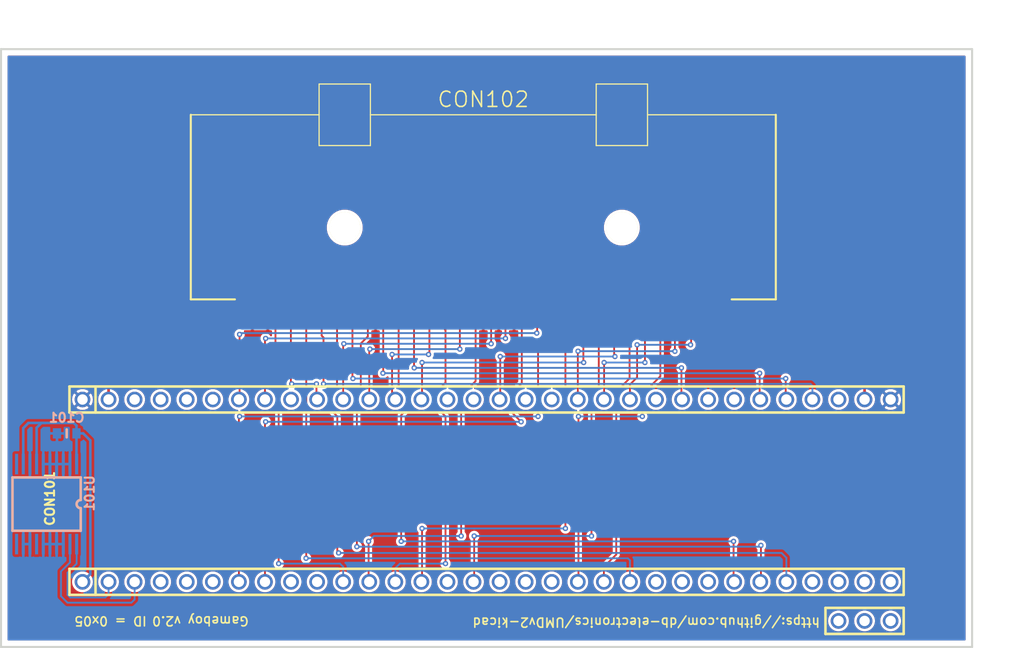
<source format=kicad_pcb>
(kicad_pcb (version 20171130) (host pcbnew "(5.1.2-1)-1")
  (title_block (title "Gameboy UMDv2 Adapter") (date 2020-03-05) (rev 2.0) (company "db Electronics") (comment 1 "Licensed Under CERN OHL v.1.2") (comment 2 https://github.com/beatlegeuse/UMDv2-gameboy-kicad))
  (layers (0 F.Cu signal) (31 B.Cu signal) (34 B.Paste user) (35 F.Paste user) (36 B.SilkS user) (37 F.SilkS user) (38 B.Mask user) (39 F.Mask user) (44 Edge.Cuts user))
  (net 0 "")
  (net 1 +3V3)
  (net 2 GND)
  (net 3 /SDA)
  (net 4 /SCL)
  (net 5 /A15)
  (net 6 /A13)
  (net 7 /A10)
  (net 8 /A8)
  (net 9 /D0)
  (net 10 /D2)
  (net 11 /D6)
  (net 12 /D4)
  (net 13 /A5)
  (net 14 /A3)
  (net 15 /A1)
  (net 16 /A2)
  (net 17 /A4)
  (net 18 /A6)
  (net 19 /D5)
  (net 20 /D7)
  (net 21 /D3)
  (net 22 /D1)
  (net 23 /A7)
  (net 24 /A9)
  (net 25 /A11)
  (net 26 /A12)
  (net 27 /A14)
  (net 28 "Net-(CON101-Pad67)")
  (net 29 "Net-(CON101-Pad66)")
  (net 30 "Net-(CON101-Pad65)")
  (net 31 Vcart)
  (net 32 "Net-(CON101-Pad62)")
  (net 33 "Net-(CON101-Pad61)")
  (net 34 "Net-(CON101-Pad60)")
  (net 35 "Net-(CON101-Pad59)")
  (net 36 "Net-(CON101-Pad56)")
  (net 37 /~RD)
  (net 38 "Net-(CON101-Pad50)")
  (net 39 "Net-(CON101-Pad49)")
  (net 40 "Net-(CON101-Pad47)")
  (net 41 "Net-(CON101-Pad46)")
  (net 42 /~RESET)
  (net 43 "Net-(CON101-Pad42)")
  (net 44 "Net-(CON101-Pad40)")
  (net 45 "Net-(CON101-Pad39)")
  (net 46 /A0)
  (net 47 "Net-(CON101-Pad35)")
  (net 48 "Net-(CON101-Pad32)")
  (net 49 "Net-(CON101-Pad31)")
  (net 50 "Net-(CON101-Pad30)")
  (net 51 "Net-(CON101-Pad29)")
  (net 52 "Net-(CON101-Pad25)")
  (net 53 "Net-(CON101-Pad24)")
  (net 54 "Net-(CON101-Pad23)")
  (net 55 /CS)
  (net 56 "Net-(CON101-Pad19)")
  (net 57 "Net-(CON101-Pad18)")
  (net 58 "Net-(CON101-Pad17)")
  (net 59 "Net-(CON101-Pad15)")
  (net 60 /~WR)
  (net 61 "Net-(CON101-Pad10)")
  (net 62 "Net-(CON101-Pad9)")
  (net 63 "Net-(CON101-Pad6)")
  (net 64 "Net-(CON101-Pad5)")
  (net 65 "Net-(CON101-Pad4)")
  (net 66 "Net-(CON102-Pad31)")
  (net 67 "Net-(CON102-Pad2)")
  (net 68 "Net-(U101-Pad7)")
  (net 69 "Net-(U101-Pad10)")
  (net 70 "Net-(U101-Pad11)")
  (module gameboy-vgparts:GB-CONN (layer F.Cu) (at 148.209 83.82)
    (fp_text reference CON102 (at 0 -20.5) (layer F.SilkS) (effects (font (size 1.5 1.5))))
    (fp_text value GB-CONN)
    (fp_line (start 11 -19) (end -11 -19) (layer F.SilkS) (width 0.12))
    (fp_line (start 28.5 -19) (end 16 -19) (layer F.SilkS) (width 0.12))
    (fp_line (start 16 -22) (end 11 -22) (layer F.SilkS) (width 0.12))
    (fp_line (start 16 -16) (end 16 -22) (layer F.SilkS) (width 0.12))
    (fp_line (start 11 -16) (end 16 -16) (layer F.SilkS) (width 0.12))
    (fp_line (start 11 -22) (end 11 -16) (layer F.SilkS) (width 0.12))
    (fp_line (start -28.5 -19) (end -16 -19) (layer F.SilkS) (width 0.12))
    (fp_line (start -11 -22) (end -16 -22) (layer F.SilkS) (width 0.12))
    (fp_line (start -11 -16) (end -11 -22) (layer F.SilkS) (width 0.12))
    (fp_line (start -16 -16) (end -11 -16) (layer F.SilkS) (width 0.12))
    (fp_line (start -16 -22) (end -16 -16) (layer F.SilkS) (width 0.12))
    (fp_line (start 28.5 -1) (end 24.2 -1) (layer F.SilkS) (width 0.2032))
    (fp_line (start 28.5 -19) (end 28.5 -1) (layer F.SilkS) (width 0.2032))
    (fp_line (start -28.5 -1) (end -28.5 -19) (layer F.SilkS) (width 0.2032))
    (fp_line (start -24.2 -1) (end -28.5 -1) (layer F.SilkS) (width 0.2032))
    (pad "" np_thru_hole circle (at 13.5 -8) (size 3 3) (drill 3) (layers *.Cu *.Mask F.SilkS))
    (pad "" smd rect (at -13.5 -19) (size 4.5 6) (layers F.Cu F.Paste F.Mask))
    (pad "" smd rect (at 13.5 -19) (size 4.5 6) (layers F.Cu F.Paste F.Mask))
    (pad "" np_thru_hole circle (at -13.5 -8) (size 3 3) (drill 3) (layers *.Cu *.Mask F.SilkS))
    (pad 32 smd rect (at 23.25 -0.75) (size 1 5) (layers F.Cu F.Paste F.Mask) (net 2 GND))
    (pad 31 smd rect (at 21.75 0) (size 1 3.5) (layers F.Cu F.Paste F.Mask) (net 66 "Net-(CON102-Pad31)"))
    (pad 30 smd rect (at 20.25 0) (size 1 3.5) (layers F.Cu F.Paste F.Mask) (net 42 /~RESET))
    (pad 29 smd rect (at 18.75 0) (size 1 3.5) (layers F.Cu F.Paste F.Mask) (net 20 /D7))
    (pad 28 smd rect (at 17.25 0) (size 1 3.5) (layers F.Cu F.Paste F.Mask) (net 11 /D6))
    (pad 27 smd rect (at 15.75 0) (size 1 3.5) (layers F.Cu F.Paste F.Mask) (net 19 /D5))
    (pad 26 smd rect (at 14.25 0) (size 1 3.5) (layers F.Cu F.Paste F.Mask) (net 12 /D4))
    (pad 25 smd rect (at 12.75 0) (size 1 3.5) (layers F.Cu F.Paste F.Mask) (net 21 /D3))
    (pad 24 smd rect (at 11.25 0) (size 1 3.5) (layers F.Cu F.Paste F.Mask) (net 10 /D2))
    (pad 23 smd rect (at 9.75 0) (size 1 3.5) (layers F.Cu F.Paste F.Mask) (net 22 /D1))
    (pad 22 smd rect (at 8.25 0) (size 1 3.5) (layers F.Cu F.Paste F.Mask) (net 9 /D0))
    (pad 21 smd rect (at 6.75 0) (size 1 3.5) (layers F.Cu F.Paste F.Mask) (net 5 /A15))
    (pad 20 smd rect (at 5.25 0) (size 1 3.5) (layers F.Cu F.Paste F.Mask) (net 27 /A14))
    (pad 19 smd rect (at 3.75 0) (size 1 3.5) (layers F.Cu F.Paste F.Mask) (net 6 /A13))
    (pad 18 smd rect (at 2.25 0) (size 1 3.5) (layers F.Cu F.Paste F.Mask) (net 26 /A12))
    (pad 17 smd rect (at 0.75 0) (size 1 3.5) (layers F.Cu F.Paste F.Mask) (net 25 /A11))
    (pad 16 smd rect (at -0.75 0) (size 1 3.5) (layers F.Cu F.Paste F.Mask) (net 7 /A10))
    (pad 15 smd rect (at -2.25 0) (size 1 3.5) (layers F.Cu F.Paste F.Mask) (net 24 /A9))
    (pad 14 smd rect (at -3.75 0) (size 1 3.5) (layers F.Cu F.Paste F.Mask) (net 8 /A8))
    (pad 13 smd rect (at -5.25 0) (size 1 3.5) (layers F.Cu F.Paste F.Mask) (net 23 /A7))
    (pad 12 smd rect (at -6.75 0) (size 1 3.5) (layers F.Cu F.Paste F.Mask) (net 18 /A6))
    (pad 11 smd rect (at -8.25 0) (size 1 3.5) (layers F.Cu F.Paste F.Mask) (net 13 /A5))
    (pad 10 smd rect (at -9.75 0) (size 1 3.5) (layers F.Cu F.Paste F.Mask) (net 17 /A4))
    (pad 9 smd rect (at -11.25 0) (size 1 3.5) (layers F.Cu F.Paste F.Mask) (net 14 /A3))
    (pad 8 smd rect (at -12.75 0) (size 1 3.5) (layers F.Cu F.Paste F.Mask) (net 16 /A2))
    (pad 7 smd rect (at -14.25 0) (size 1 3.5) (layers F.Cu F.Paste F.Mask) (net 15 /A1))
    (pad 6 smd rect (at -15.75 0) (size 1 3.5) (layers F.Cu F.Paste F.Mask) (net 46 /A0))
    (pad 5 smd rect (at -17.25 0) (size 1 3.5) (layers F.Cu F.Paste F.Mask) (net 55 /CS))
    (pad 4 smd rect (at -18.75 0) (size 1 3.5) (layers F.Cu F.Paste F.Mask) (net 37 /~RD))
    (pad 3 smd rect (at -20.25 0) (size 1 3.5) (layers F.Cu F.Paste F.Mask) (net 60 /~WR))
    (pad 2 smd rect (at -21.75 0) (size 1 3.5) (layers F.Cu F.Paste F.Mask) (net 67 "Net-(CON102-Pad2)"))
    (pad 1 smd rect (at -23.25 -0.75) (size 1 5) (layers F.Cu F.Paste F.Mask) (net 31 Vcart))
  )
  (module db-thparts:UMD-CONN-DIP64 (layer F.Cu) (at 109.1565 110.363 90)
    (fp_text reference CON101 (at 8.128 -3.175 90) (layer F.SilkS) (effects (font (size 0.889 0.889) (thickness 0.2032))))
    (fp_text value UMDv2-CONN hide)
    (fp_line (start 16.51 1.27) (end 19.05 1.27) (layer F.SilkS) (width 0.254))
    (fp_line (start 19.05 -1.27) (end 16.51 -1.27) (layer F.SilkS) (width 0.254))
    (fp_line (start 19.05 80.01) (end 19.05 -1.27) (layer F.SilkS) (width 0.254))
    (fp_line (start 16.51 80.01) (end 19.05 80.01) (layer F.SilkS) (width 0.254))
    (fp_line (start 16.51 -1.27) (end 16.51 80.01) (layer F.SilkS) (width 0.254))
    (fp_line (start -1.27 1.27) (end 1.27 1.27) (layer F.SilkS) (width 0.254))
    (fp_line (start 1.27 80.01) (end 1.27 -1.27) (layer F.SilkS) (width 0.254))
    (fp_line (start -1.27 80.01) (end 1.27 80.01) (layer F.SilkS) (width 0.254))
    (fp_line (start -1.27 -1.27) (end -1.27 80.01) (layer F.SilkS) (width 0.254))
    (fp_line (start 1.27 -1.27) (end -1.27 -1.27) (layer F.SilkS) (width 0.254))
    (fp_line (start -2.54 72.39) (end -5.08 72.39) (layer F.SilkS) (width 0.254))
    (fp_line (start -5.08 72.39) (end -5.08 80.01) (layer F.SilkS) (width 0.254))
    (fp_line (start -5.08 80.01) (end -2.54 80.01) (layer F.SilkS) (width 0.254))
    (fp_line (start -2.54 80.01) (end -2.54 72.39) (layer F.SilkS) (width 0.254))
    (pad 1 thru_hole circle (at 0 0 90) (size 1.524 1.524) (drill 1.016) (layers *.Cu *.Mask) (net 1 +3V3))
    (pad 2 thru_hole circle (at 0 2.54 90) (size 1.524 1.524) (drill 1.016) (layers *.Cu *.Mask) (net 4 /SCL))
    (pad 3 thru_hole circle (at 0 5.08 90) (size 1.524 1.524) (drill 1.016) (layers *.Cu *.Mask) (net 3 /SDA))
    (pad 4 thru_hole circle (at 0 7.62 90) (size 1.524 1.524) (drill 1.016) (layers *.Cu *.Mask) (net 65 "Net-(CON101-Pad4)"))
    (pad 5 thru_hole circle (at 0 10.16 90) (size 1.524 1.524) (drill 1.016) (layers *.Cu *.Mask) (net 64 "Net-(CON101-Pad5)"))
    (pad 6 thru_hole circle (at 0 12.7 90) (size 1.524 1.524) (drill 1.016) (layers *.Cu *.Mask) (net 63 "Net-(CON101-Pad6)"))
    (pad 7 thru_hole circle (at 0 15.24 90) (size 1.524 1.524) (drill 1.016) (layers *.Cu *.Mask) (net 5 /A15))
    (pad 8 thru_hole circle (at 0 17.78 90) (size 1.524 1.524) (drill 1.016) (layers *.Cu *.Mask) (net 6 /A13))
    (pad 9 thru_hole circle (at 0 20.32 90) (size 1.524 1.524) (drill 1.016) (layers *.Cu *.Mask) (net 62 "Net-(CON101-Pad9)"))
    (pad 10 thru_hole circle (at 0 22.86 90) (size 1.524 1.524) (drill 1.016) (layers *.Cu *.Mask) (net 61 "Net-(CON101-Pad10)"))
    (pad 11 thru_hole circle (at 0 25.4 90) (size 1.524 1.524) (drill 1.016) (layers *.Cu *.Mask) (net 60 /~WR))
    (pad 12 thru_hole circle (at 0 27.94 90) (size 1.524 1.524) (drill 1.016) (layers *.Cu *.Mask) (net 7 /A10))
    (pad 13 thru_hole circle (at 0 30.48 90) (size 1.524 1.524) (drill 1.016) (layers *.Cu *.Mask) (net 8 /A8))
    (pad 14 thru_hole circle (at 0 33.02 90) (size 1.524 1.524) (drill 1.016) (layers *.Cu *.Mask) (net 9 /D0))
    (pad 15 thru_hole circle (at 0 35.56 90) (size 1.524 1.524) (drill 1.016) (layers *.Cu *.Mask) (net 59 "Net-(CON101-Pad15)"))
    (pad 16 thru_hole circle (at 0 38.1 90) (size 1.524 1.524) (drill 1.016) (layers *.Cu *.Mask) (net 10 /D2))
    (pad 17 thru_hole circle (at 0 40.64 90) (size 1.524 1.524) (drill 1.016) (layers *.Cu *.Mask) (net 58 "Net-(CON101-Pad17)"))
    (pad 18 thru_hole circle (at 0 43.18 90) (size 1.524 1.524) (drill 1.016) (layers *.Cu *.Mask) (net 57 "Net-(CON101-Pad18)"))
    (pad 19 thru_hole circle (at 0 45.72 90) (size 1.524 1.524) (drill 1.016) (layers *.Cu *.Mask) (net 56 "Net-(CON101-Pad19)"))
    (pad 20 thru_hole circle (at 0 48.26 90) (size 1.524 1.524) (drill 1.016) (layers *.Cu *.Mask) (net 11 /D6))
    (pad 21 thru_hole circle (at 0 50.8 90) (size 1.524 1.524) (drill 1.016) (layers *.Cu *.Mask) (net 12 /D4))
    (pad 22 thru_hole circle (at 0 53.34 90) (size 1.524 1.524) (drill 1.016) (layers *.Cu *.Mask) (net 55 /CS))
    (pad 23 thru_hole circle (at 0 55.88 90) (size 1.524 1.524) (drill 1.016) (layers *.Cu *.Mask) (net 54 "Net-(CON101-Pad23)"))
    (pad 24 thru_hole circle (at 0 58.42 90) (size 1.524 1.524) (drill 1.016) (layers *.Cu *.Mask) (net 53 "Net-(CON101-Pad24)"))
    (pad 25 thru_hole circle (at 0 60.96 90) (size 1.524 1.524) (drill 1.016) (layers *.Cu *.Mask) (net 52 "Net-(CON101-Pad25)"))
    (pad 26 thru_hole circle (at 0 63.5 90) (size 1.524 1.524) (drill 1.016) (layers *.Cu *.Mask) (net 13 /A5))
    (pad 27 thru_hole circle (at 0 66.04 90) (size 1.524 1.524) (drill 1.016) (layers *.Cu *.Mask) (net 14 /A3))
    (pad 28 thru_hole circle (at 0 68.58 90) (size 1.524 1.524) (drill 1.016) (layers *.Cu *.Mask) (net 15 /A1))
    (pad 29 thru_hole circle (at 0 71.12 90) (size 1.524 1.524) (drill 1.016) (layers *.Cu *.Mask) (net 51 "Net-(CON101-Pad29)"))
    (pad 30 thru_hole circle (at 0 73.66 90) (size 1.524 1.524) (drill 1.016) (layers *.Cu *.Mask) (net 50 "Net-(CON101-Pad30)"))
    (pad 31 thru_hole circle (at 0 76.2 90) (size 1.524 1.524) (drill 1.016) (layers *.Cu *.Mask) (net 49 "Net-(CON101-Pad31)"))
    (pad 32 thru_hole circle (at 0 78.74 90) (size 1.524 1.524) (drill 1.016) (layers *.Cu *.Mask) (net 48 "Net-(CON101-Pad32)"))
    (pad 33 thru_hole circle (at 17.78 78.74 90) (size 1.524 1.524) (drill 1.016) (layers *.Cu *.Mask) (net 2 GND))
    (pad 34 thru_hole circle (at 17.78 76.2 90) (size 1.524 1.524) (drill 1.016) (layers *.Cu *.Mask) (net 31 Vcart))
    (pad 35 thru_hole circle (at 17.78 73.66 90) (size 1.524 1.524) (drill 1.016) (layers *.Cu *.Mask) (net 47 "Net-(CON101-Pad35)"))
    (pad 36 thru_hole circle (at 17.78 71.12 90) (size 1.524 1.524) (drill 1.016) (layers *.Cu *.Mask) (net 46 /A0))
    (pad 37 thru_hole circle (at 17.78 68.58 90) (size 1.524 1.524) (drill 1.016) (layers *.Cu *.Mask) (net 16 /A2))
    (pad 38 thru_hole circle (at 17.78 66.04 90) (size 1.524 1.524) (drill 1.016) (layers *.Cu *.Mask) (net 17 /A4))
    (pad 39 thru_hole circle (at 17.78 63.5 90) (size 1.524 1.524) (drill 1.016) (layers *.Cu *.Mask) (net 45 "Net-(CON101-Pad39)"))
    (pad 40 thru_hole circle (at 17.78 60.96 90) (size 1.524 1.524) (drill 1.016) (layers *.Cu *.Mask) (net 44 "Net-(CON101-Pad40)"))
    (pad 41 thru_hole circle (at 17.78 58.42 90) (size 1.524 1.524) (drill 1.016) (layers *.Cu *.Mask) (net 18 /A6))
    (pad 42 thru_hole circle (at 17.78 55.88 90) (size 1.524 1.524) (drill 1.016) (layers *.Cu *.Mask) (net 43 "Net-(CON101-Pad42)"))
    (pad 43 thru_hole circle (at 17.78 53.34 90) (size 1.524 1.524) (drill 1.016) (layers *.Cu *.Mask) (net 42 /~RESET))
    (pad 44 thru_hole circle (at 17.78 50.8 90) (size 1.524 1.524) (drill 1.016) (layers *.Cu *.Mask) (net 19 /D5))
    (pad 45 thru_hole circle (at 17.78 48.26 90) (size 1.524 1.524) (drill 1.016) (layers *.Cu *.Mask) (net 20 /D7))
    (pad 46 thru_hole circle (at 17.78 45.72 90) (size 1.524 1.524) (drill 1.016) (layers *.Cu *.Mask) (net 41 "Net-(CON101-Pad46)"))
    (pad 47 thru_hole circle (at 17.78 43.18 90) (size 1.524 1.524) (drill 1.016) (layers *.Cu *.Mask) (net 40 "Net-(CON101-Pad47)"))
    (pad 48 thru_hole circle (at 17.78 40.64 90) (size 1.524 1.524) (drill 1.016) (layers *.Cu *.Mask) (net 21 /D3))
    (pad 49 thru_hole circle (at 17.78 38.1 90) (size 1.524 1.524) (drill 1.016) (layers *.Cu *.Mask) (net 39 "Net-(CON101-Pad49)"))
    (pad 50 thru_hole circle (at 17.78 35.56 90) (size 1.524 1.524) (drill 1.016) (layers *.Cu *.Mask) (net 38 "Net-(CON101-Pad50)"))
    (pad 51 thru_hole circle (at 17.78 33.02 90) (size 1.524 1.524) (drill 1.016) (layers *.Cu *.Mask) (net 22 /D1))
    (pad 52 thru_hole circle (at 17.78 30.48 90) (size 1.524 1.524) (drill 1.016) (layers *.Cu *.Mask) (net 23 /A7))
    (pad 53 thru_hole circle (at 17.78 27.94 90) (size 1.524 1.524) (drill 1.016) (layers *.Cu *.Mask) (net 24 /A9))
    (pad 54 thru_hole circle (at 17.78 25.4 90) (size 1.524 1.524) (drill 1.016) (layers *.Cu *.Mask) (net 25 /A11))
    (pad 55 thru_hole circle (at 17.78 22.86 90) (size 1.524 1.524) (drill 1.016) (layers *.Cu *.Mask) (net 37 /~RD))
    (pad 56 thru_hole circle (at 17.78 20.32 90) (size 1.524 1.524) (drill 1.016) (layers *.Cu *.Mask) (net 36 "Net-(CON101-Pad56)"))
    (pad 57 thru_hole circle (at 17.78 17.78 90) (size 1.524 1.524) (drill 1.016) (layers *.Cu *.Mask) (net 26 /A12))
    (pad 58 thru_hole circle (at 17.78 15.24 90) (size 1.524 1.524) (drill 1.016) (layers *.Cu *.Mask) (net 27 /A14))
    (pad 59 thru_hole circle (at 17.78 12.7 90) (size 1.524 1.524) (drill 1.016) (layers *.Cu *.Mask) (net 35 "Net-(CON101-Pad59)"))
    (pad 60 thru_hole circle (at 17.78 10.16 90) (size 1.524 1.524) (drill 1.016) (layers *.Cu *.Mask) (net 34 "Net-(CON101-Pad60)"))
    (pad 61 thru_hole circle (at 17.78 7.62 90) (size 1.524 1.524) (drill 1.016) (layers *.Cu *.Mask) (net 33 "Net-(CON101-Pad61)"))
    (pad 62 thru_hole circle (at 17.78 5.08 90) (size 1.524 1.524) (drill 1.016) (layers *.Cu *.Mask) (net 32 "Net-(CON101-Pad62)"))
    (pad 63 thru_hole circle (at 17.78 2.54 90) (size 1.524 1.524) (drill 1.016) (layers *.Cu *.Mask) (net 31 Vcart))
    (pad 64 thru_hole circle (at 17.78 0 90) (size 1.524 1.524) (drill 1.016) (layers *.Cu *.Mask) (net 2 GND))
    (pad 65 thru_hole circle (at -3.81 73.66) (size 1.524 1.524) (drill 1.016) (layers *.Cu *.Mask) (net 30 "Net-(CON101-Pad65)"))
    (pad 66 thru_hole circle (at -3.81 76.2) (size 1.524 1.524) (drill 1.016) (layers *.Cu *.Mask) (net 29 "Net-(CON101-Pad66)"))
    (pad 67 thru_hole circle (at -3.81 78.74) (size 1.524 1.524) (drill 1.016) (layers *.Cu *.Mask) (net 28 "Net-(CON101-Pad67)"))
  )
  (module db-smt:0603 (layer B.Cu) (at 107.6198 95.885 180)
    (fp_text reference C101 (at 0 1.524) (layer B.SilkS) (effects (font (size 0.889 0.889) (thickness 0.2032)) (justify mirror)))
    (fp_text value 0.1uF/50V hide)
    (fp_line (start 0 0.381) (end 0 -0.381) (layer B.SilkS) (width 0.254))
    (pad 2 smd rect (at 0.95 0 180) (size 0.8 1) (layers B.Cu B.Paste B.Mask) (net 2 GND))
    (pad 1 smd rect (at -0.95 0 180) (size 0.8 1) (layers B.Cu B.Paste B.Mask) (net 1 +3V3))
  )
  (module db-smt:SSOP-20 (layer B.Cu) (at 108.585 106.68 90)
    (fp_text reference U101 (at 4.953 1.27 90) (layer B.SilkS) (effects (font (size 0.889 0.889) (thickness 0.2032)) (justify mirror)))
    (fp_text value MCP23008T-E_SS hide)
    (fp_line (start 1.3 0.4) (end 1.3 -6.25) (layer B.SilkS) (width 0.254))
    (fp_line (start 1.3 -6.25) (end 6.5 -6.25) (layer B.SilkS) (width 0.254))
    (fp_line (start 6.5 -6.25) (end 6.5 0.4) (layer B.SilkS) (width 0.254))
    (fp_arc (start 3.9 0.4) (end 4.3 0.4) (angle -180) (layer B.SilkS) (width 0.254))
    (fp_line (start 6.5 0.4) (end 4.3 0.4) (layer B.SilkS) (width 0.254))
    (fp_line (start 3.5 0.4) (end 1.3 0.4) (layer B.SilkS) (width 0.254))
    (pad 18 smd rect (at 7.8 -1.3 90) (size 2 0.3) (layers B.Cu B.Paste B.Mask) (net 2 GND))
    (pad 17 smd rect (at 7.8 -1.95 90) (size 2 0.3) (layers B.Cu B.Paste B.Mask) (net 2 GND))
    (pad 20 smd rect (at 7.8 0 90) (size 2 0.3) (layers B.Cu B.Paste B.Mask) (net 1 +3V3))
    (pad 19 smd rect (at 7.8 -0.65 90) (size 2 0.3) (layers B.Cu B.Paste B.Mask) (net 2 GND))
    (pad 16 smd rect (at 7.8 -2.6 90) (size 2 0.3) (layers B.Cu B.Paste B.Mask) (net 2 GND))
    (pad 15 smd rect (at 7.8 -3.25 90) (size 2 0.3) (layers B.Cu B.Paste B.Mask) (net 2 GND))
    (pad 14 smd rect (at 7.8 -3.9 90) (size 2 0.3) (layers B.Cu B.Paste B.Mask) (net 1 +3V3))
    (pad 13 smd rect (at 7.8 -4.55 90) (size 2 0.3) (layers B.Cu B.Paste B.Mask) (net 2 GND))
    (pad 12 smd rect (at 7.8 -5.2 90) (size 2 0.3) (layers B.Cu B.Paste B.Mask) (net 1 +3V3))
    (pad 11 smd rect (at 7.8 -5.85 90) (size 2 0.3) (layers B.Cu B.Paste B.Mask) (net 70 "Net-(U101-Pad11)"))
    (pad 10 smd rect (at 0 -5.85 90) (size 2 0.3) (layers B.Cu B.Paste B.Mask) (net 69 "Net-(U101-Pad10)"))
    (pad 9 smd rect (at 0 -5.2 90) (size 2 0.3) (layers B.Cu B.Paste B.Mask) (net 2 GND))
    (pad 8 smd rect (at 0 -4.55 90) (size 2 0.3) (layers B.Cu B.Paste B.Mask) (net 2 GND))
    (pad 7 smd rect (at 0 -3.9 90) (size 2 0.3) (layers B.Cu B.Paste B.Mask) (net 68 "Net-(U101-Pad7)"))
    (pad 6 smd rect (at 0 -3.25 90) (size 2 0.3) (layers B.Cu B.Paste B.Mask) (net 2 GND))
    (pad 5 smd rect (at 0 -2.6 90) (size 2 0.3) (layers B.Cu B.Paste B.Mask) (net 2 GND))
    (pad 4 smd rect (at 0 -1.95 90) (size 2 0.3) (layers B.Cu B.Paste B.Mask) (net 2 GND))
    (pad 3 smd rect (at 0 -1.3 90) (size 2 0.3) (layers B.Cu B.Paste B.Mask) (net 2 GND))
    (pad 2 smd rect (at 0 -0.65 90) (size 2 0.3) (layers B.Cu B.Paste B.Mask) (net 3 /SDA))
    (pad 1 smd rect (at 0 0 90) (size 2 0.3) (layers B.Cu B.Paste B.Mask) (net 4 /SCL))
  )
  (gr_line (start 195.834 58.42) (end 195.834 116.713) (layer Edge.Cuts) (width 0.2))
  (gr_line (start 101.219 116.713) (end 101.219 58.42) (layer Edge.Cuts) (width 0.2))
  (gr_line (start 101.219 58.42) (end 195.834 58.42) (layer Edge.Cuts) (width 0.2))
  (gr_text "ID = 0x05" (at 111.887 114.173 180) (layer F.SilkS) (effects (font (size 0.889 0.889) (thickness 0.1524))))
  (gr_text "Gameboy v2.0" (at 120.65 114.173 180) (layer F.SilkS) (effects (font (size 0.889 0.889) (thickness 0.1524))))
  (gr_text https://github.com/db-electronics/UMDv2-kicad (at 164.084 114.3 180) (layer F.SilkS) (effects (font (size 0.889 0.889) (thickness 0.1524))))
  (gr_line (start 195.834 116.713) (end 101.219 116.713) (layer Edge.Cuts) (width 0.2))
  (segment (start 108.5698 95.131) (end 108.3078 94.869) (width 0.254) (layer B.Cu) (net 1))
  (segment (start 108.5698 95.885) (end 108.5698 95.131) (width 0.254) (layer B.Cu) (net 1))
  (segment (start 104.685 95.34) (end 104.685 98.88) (width 0.254) (layer B.Cu) (net 1))
  (segment (start 105.156 94.869) (end 104.685 95.34) (width 0.254) (layer B.Cu) (net 1))
  (segment (start 103.385 98.88) (end 103.385 95.37) (width 0.254) (layer B.Cu) (net 1))
  (segment (start 103.385 95.37) (end 103.886 94.869) (width 0.254) (layer B.Cu) (net 1))
  (segment (start 105.537 94.869) (end 105.156 94.869) (width 0.254) (layer B.Cu) (net 1))
  (segment (start 103.886 94.869) (end 105.537 94.869) (width 0.254) (layer B.Cu) (net 1))
  (segment (start 108.3078 94.869) (end 105.537 94.869) (width 0.254) (layer B.Cu) (net 1))
  (segment (start 108.5698 98.8648) (end 108.585 98.88) (width 0.254) (layer B.Cu) (net 1))
  (segment (start 108.5698 95.885) (end 108.5698 98.8648) (width 0.254) (layer B.Cu) (net 1))
  (segment (start 109.2238 95.885) (end 108.5698 95.885) (width 0.254) (layer B.Cu) (net 1))
  (segment (start 109.918499 96.579699) (end 109.2238 95.885) (width 0.254) (layer B.Cu) (net 1))
  (segment (start 109.918499 109.601001) (end 109.918499 96.579699) (width 0.254) (layer B.Cu) (net 1))
  (segment (start 109.1565 110.363) (end 109.918499 109.601001) (width 0.254) (layer B.Cu) (net 1))
  (segment (start 107.935 106.68) (end 107.935 108.473) (width 0.1778) (layer B.Cu) (net 3))
  (segment (start 107.935 108.473) (end 107.061 109.347) (width 0.1778) (layer B.Cu) (net 3))
  (segment (start 107.061 109.347) (end 107.061 111.76) (width 0.1778) (layer B.Cu) (net 3))
  (segment (start 107.061 111.76) (end 107.696 112.395) (width 0.1778) (layer B.Cu) (net 3))
  (segment (start 107.696 112.395) (end 113.919 112.395) (width 0.1778) (layer B.Cu) (net 3))
  (segment (start 114.2365 112.0775) (end 114.2365 110.363) (width 0.1778) (layer B.Cu) (net 3))
  (segment (start 113.919 112.395) (end 114.2365 112.0775) (width 0.1778) (layer B.Cu) (net 3))
  (segment (start 108.585 106.68) (end 108.585 108.585) (width 0.1778) (layer B.Cu) (net 4))
  (segment (start 107.696 109.474) (end 107.696 111.633) (width 0.1778) (layer B.Cu) (net 4))
  (segment (start 108.585 108.585) (end 107.696 109.474) (width 0.1778) (layer B.Cu) (net 4))
  (segment (start 107.696 111.633) (end 107.95 111.887) (width 0.1778) (layer B.Cu) (net 4))
  (segment (start 107.95 111.887) (end 111.379 111.887) (width 0.1778) (layer B.Cu) (net 4))
  (segment (start 111.6965 111.5695) (end 111.6965 110.363) (width 0.1778) (layer B.Cu) (net 4))
  (segment (start 111.379 111.887) (end 111.6965 111.5695) (width 0.1778) (layer B.Cu) (net 4))
  (via (at 124.46 94.234) (size 0.508) (drill 0.254) (layers F.Cu B.Cu) (net 5))
  (segment (start 124.3965 94.2975) (end 124.46 94.234) (width 0.1778) (layer F.Cu) (net 5))
  (segment (start 124.3965 110.363) (end 124.3965 94.2975) (width 0.1778) (layer F.Cu) (net 5))
  (via (at 153.543 94.234) (size 0.508) (drill 0.254) (layers F.Cu B.Cu) (net 5))
  (segment (start 124.46 94.234) (end 153.543 94.234) (width 0.1778) (layer B.Cu) (net 5))
  (segment (start 153.543 87.287) (end 154.959 85.871) (width 0.1778) (layer F.Cu) (net 5))
  (segment (start 153.543 94.234) (end 153.543 87.287) (width 0.1778) (layer F.Cu) (net 5))
  (segment (start 154.959 85.871) (end 154.959 83.82) (width 0.1778) (layer F.Cu) (net 5))
  (segment (start 126.9365 94.8182) (end 127 94.7547) (width 0.1778) (layer F.Cu) (net 6))
  (via (at 127 94.7547) (size 0.508) (drill 0.254) (layers F.Cu B.Cu) (net 6))
  (segment (start 126.9365 110.363) (end 126.9365 94.8182) (width 0.1778) (layer F.Cu) (net 6))
  (via (at 151.892 94.7547) (size 0.508) (drill 0.254) (layers F.Cu B.Cu) (net 6))
  (segment (start 127 94.7547) (end 151.892 94.7547) (width 0.1778) (layer B.Cu) (net 6))
  (segment (start 151.892 94.7547) (end 151.003 93.8657) (width 0.1778) (layer F.Cu) (net 6))
  (segment (start 151.003 93.8657) (end 151.003 91.948) (width 0.1778) (layer F.Cu) (net 6))
  (segment (start 151.959 90.992) (end 151.959 83.82) (width 0.1778) (layer F.Cu) (net 6))
  (segment (start 151.003 91.948) (end 151.959 90.992) (width 0.1778) (layer F.Cu) (net 6))
  (segment (start 147.459 83.82) (end 147.459 90.793) (width 0.1778) (layer F.Cu) (net 7))
  (segment (start 147.459 90.793) (end 146.304 91.948) (width 0.1778) (layer F.Cu) (net 7))
  (via (at 146.05 105.8926) (size 0.508) (drill 0.254) (layers F.Cu B.Cu) (net 7))
  (segment (start 146.05 92.202) (end 146.05 105.8926) (width 0.1778) (layer F.Cu) (net 7))
  (segment (start 146.304 91.948) (end 146.05 92.202) (width 0.1778) (layer F.Cu) (net 7))
  (via (at 137.033 106.4133) (size 0.508) (drill 0.254) (layers F.Cu B.Cu) (net 7))
  (segment (start 137.5537 105.8926) (end 137.033 106.4133) (width 0.1778) (layer B.Cu) (net 7))
  (segment (start 146.05 105.8926) (end 137.5537 105.8926) (width 0.1778) (layer B.Cu) (net 7))
  (segment (start 137.033 110.2995) (end 137.0965 110.363) (width 0.1778) (layer F.Cu) (net 7))
  (segment (start 137.033 106.4133) (end 137.033 110.2995) (width 0.1778) (layer F.Cu) (net 7))
  (via (at 144.526 108.585) (size 0.508) (drill 0.254) (layers F.Cu B.Cu) (net 8))
  (segment (start 144.526 108.585) (end 140.081 108.585) (width 0.1778) (layer B.Cu) (net 8))
  (segment (start 139.6365 109.0295) (end 139.6365 110.363) (width 0.1778) (layer B.Cu) (net 8))
  (segment (start 140.081 108.585) (end 139.6365 109.0295) (width 0.1778) (layer B.Cu) (net 8))
  (segment (start 143.51 93.218) (end 144.526 94.234) (width 0.1778) (layer F.Cu) (net 8))
  (segment (start 143.51 91.948) (end 143.51 93.218) (width 0.1778) (layer F.Cu) (net 8))
  (segment (start 144.526 90.932) (end 143.51 91.948) (width 0.1778) (layer F.Cu) (net 8))
  (segment (start 144.526 94.234) (end 144.526 108.585) (width 0.1778) (layer F.Cu) (net 8))
  (segment (start 144.526 85.8148) (end 144.526 90.932) (width 0.1778) (layer F.Cu) (net 8))
  (segment (start 144.459 85.7478) (end 144.526 85.8148) (width 0.1778) (layer F.Cu) (net 8))
  (segment (start 144.459 83.82) (end 144.459 85.7478) (width 0.1778) (layer F.Cu) (net 8))
  (segment (start 156.459 85.7478) (end 156.459 83.82) (width 0.1778) (layer F.Cu) (net 9))
  (segment (start 156.459 85.7478) (end 156.21 85.9968) (width 0.1778) (layer F.Cu) (net 9))
  (segment (start 156.21 85.9968) (end 156.21 93.345) (width 0.1778) (layer F.Cu) (net 9))
  (segment (start 156.21 93.345) (end 156.21 105.156) (width 0.1778) (layer F.Cu) (net 9))
  (via (at 156.21 105.156) (size 0.508) (drill 0.254) (layers F.Cu B.Cu) (net 9))
  (via (at 142.24 105.156) (size 0.508) (drill 0.254) (layers F.Cu B.Cu) (net 9))
  (segment (start 156.21 105.156) (end 142.24 105.156) (width 0.1778) (layer B.Cu) (net 9))
  (segment (start 142.24 110.2995) (end 142.1765 110.363) (width 0.1778) (layer F.Cu) (net 9))
  (segment (start 142.24 105.156) (end 142.24 110.2995) (width 0.1778) (layer F.Cu) (net 9))
  (segment (start 159.459 83.82) (end 159.459 91.239) (width 0.1778) (layer F.Cu) (net 10))
  (segment (start 159.459 91.239) (end 158.75 91.948) (width 0.1778) (layer F.Cu) (net 10))
  (via (at 158.75 105.8926) (size 0.508) (drill 0.254) (layers F.Cu B.Cu) (net 10))
  (segment (start 158.75 91.948) (end 158.75 105.8926) (width 0.1778) (layer F.Cu) (net 10))
  (via (at 147.32 105.8926) (size 0.508) (drill 0.254) (layers F.Cu B.Cu) (net 10))
  (segment (start 158.75 105.8926) (end 147.32 105.8926) (width 0.1778) (layer B.Cu) (net 10))
  (segment (start 147.32 110.2995) (end 147.2565 110.363) (width 0.1778) (layer F.Cu) (net 10))
  (segment (start 147.32 105.8926) (end 147.32 110.2995) (width 0.1778) (layer F.Cu) (net 10))
  (via (at 163.703 94.234) (size 0.508) (drill 0.254) (layers F.Cu B.Cu) (net 11))
  (via (at 157.48 94.234) (size 0.508) (drill 0.254) (layers F.Cu B.Cu) (net 11))
  (segment (start 163.703 94.234) (end 157.48 94.234) (width 0.1778) (layer B.Cu) (net 11))
  (segment (start 157.48 110.2995) (end 157.4165 110.363) (width 0.1778) (layer F.Cu) (net 11))
  (segment (start 157.48 94.234) (end 157.48 110.2995) (width 0.1778) (layer F.Cu) (net 11))
  (segment (start 165.459 90.319) (end 165.459 83.82) (width 0.1778) (layer F.Cu) (net 11))
  (segment (start 163.703 92.075) (end 165.459 90.319) (width 0.1778) (layer F.Cu) (net 11))
  (segment (start 163.703 94.234) (end 163.703 92.075) (width 0.1778) (layer F.Cu) (net 11))
  (segment (start 162.459 90.525) (end 162.459 83.82) (width 0.1778) (layer F.Cu) (net 12))
  (segment (start 161.163 91.821) (end 162.459 90.525) (width 0.1778) (layer F.Cu) (net 12))
  (segment (start 161.163 107.696) (end 161.163 91.821) (width 0.1778) (layer F.Cu) (net 12))
  (segment (start 159.9565 108.9025) (end 161.163 107.696) (width 0.1778) (layer F.Cu) (net 12))
  (segment (start 159.9565 110.363) (end 159.9565 108.9025) (width 0.1778) (layer F.Cu) (net 12))
  (segment (start 139.959 83.82) (end 139.959 91.191) (width 0.1778) (layer F.Cu) (net 13))
  (segment (start 139.959 91.191) (end 140.843 92.075) (width 0.1778) (layer F.Cu) (net 13))
  (segment (start 140.843 92.075) (end 140.843 93.472) (width 0.1778) (layer F.Cu) (net 13))
  (segment (start 140.843 93.472) (end 140.208 94.107) (width 0.1778) (layer F.Cu) (net 13))
  (via (at 140.208 106.4133) (size 0.508) (drill 0.254) (layers F.Cu B.Cu) (net 13))
  (segment (start 140.208 94.107) (end 140.208 106.4133) (width 0.1778) (layer F.Cu) (net 13))
  (via (at 172.593 106.4133) (size 0.508) (drill 0.254) (layers F.Cu B.Cu) (net 13))
  (segment (start 140.208 106.4133) (end 172.593 106.4133) (width 0.1778) (layer B.Cu) (net 13))
  (segment (start 172.593 110.2995) (end 172.6565 110.363) (width 0.1778) (layer F.Cu) (net 13))
  (segment (start 172.593 106.4133) (end 172.593 110.2995) (width 0.1778) (layer F.Cu) (net 13))
  (segment (start 136.959 83.82) (end 136.959 86.434) (width 0.1778) (layer F.Cu) (net 14))
  (segment (start 136.959 86.434) (end 136.271 87.122) (width 0.1778) (layer F.Cu) (net 14))
  (segment (start 136.271 87.122) (end 136.271 91.313) (width 0.1778) (layer F.Cu) (net 14))
  (segment (start 136.271 91.313) (end 135.89 91.694) (width 0.1778) (layer F.Cu) (net 14))
  (via (at 135.89 106.934) (size 0.508) (drill 0.254) (layers F.Cu B.Cu) (net 14))
  (segment (start 135.89 91.694) (end 135.89 106.934) (width 0.1778) (layer F.Cu) (net 14))
  (via (at 175.26 106.807) (size 0.508) (drill 0.254) (layers F.Cu B.Cu) (net 14))
  (segment (start 175.133 106.934) (end 175.26 106.807) (width 0.1778) (layer B.Cu) (net 14))
  (segment (start 135.89 106.934) (end 175.133 106.934) (width 0.1778) (layer B.Cu) (net 14))
  (segment (start 175.26 110.2995) (end 175.1965 110.363) (width 0.1778) (layer F.Cu) (net 14))
  (segment (start 175.26 106.807) (end 175.26 110.2995) (width 0.1778) (layer F.Cu) (net 14))
  (via (at 134.112 107.5436) (size 0.508) (drill 0.254) (layers F.Cu B.Cu) (net 15))
  (segment (start 133.959 90.779) (end 133.959 91.085) (width 0.1778) (layer F.Cu) (net 15))
  (segment (start 133.959 83.82) (end 133.959 90.779) (width 0.1778) (layer F.Cu) (net 15))
  (segment (start 133.985 94.234) (end 133.985 107.4166) (width 0.1778) (layer F.Cu) (net 15))
  (segment (start 133.35 93.599) (end 133.985 94.234) (width 0.1778) (layer F.Cu) (net 15))
  (segment (start 133.985 107.4166) (end 134.112 107.5436) (width 0.1778) (layer F.Cu) (net 15))
  (segment (start 133.35 91.948) (end 133.35 93.599) (width 0.1778) (layer F.Cu) (net 15))
  (segment (start 133.959 91.339) (end 133.35 91.948) (width 0.1778) (layer F.Cu) (net 15))
  (segment (start 133.959 90.779) (end 133.959 91.339) (width 0.1778) (layer F.Cu) (net 15))
  (segment (start 177.2666 107.5436) (end 177.7365 108.0135) (width 0.1778) (layer B.Cu) (net 15))
  (segment (start 177.7365 108.0135) (end 177.7365 110.363) (width 0.1778) (layer B.Cu) (net 15))
  (segment (start 134.112 107.5436) (end 177.2666 107.5436) (width 0.1778) (layer B.Cu) (net 15))
  (via (at 135.509 90.5383) (size 0.508) (drill 0.254) (layers F.Cu B.Cu) (net 16))
  (segment (start 135.459 90.4883) (end 135.509 90.5383) (width 0.1778) (layer F.Cu) (net 16))
  (segment (start 135.459 83.82) (end 135.459 90.4883) (width 0.1778) (layer F.Cu) (net 16))
  (via (at 177.673 90.5383) (size 0.508) (drill 0.254) (layers F.Cu B.Cu) (net 16))
  (segment (start 135.509 90.5383) (end 177.673 90.5383) (width 0.1778) (layer B.Cu) (net 16))
  (segment (start 177.673 92.5195) (end 177.7365 92.583) (width 0.1778) (layer F.Cu) (net 16))
  (segment (start 177.673 90.5383) (end 177.673 92.5195) (width 0.1778) (layer F.Cu) (net 16))
  (via (at 138.43 90.0176) (size 0.508) (drill 0.254) (layers F.Cu B.Cu) (net 17))
  (segment (start 138.459 89.9886) (end 138.43 90.0176) (width 0.1778) (layer F.Cu) (net 17))
  (segment (start 138.459 83.82) (end 138.459 89.9886) (width 0.1778) (layer F.Cu) (net 17))
  (via (at 175.133 90.0176) (size 0.508) (drill 0.254) (layers F.Cu B.Cu) (net 17))
  (segment (start 138.43 90.0176) (end 175.133 90.0176) (width 0.1778) (layer B.Cu) (net 17))
  (segment (start 175.133 92.5195) (end 175.1965 92.583) (width 0.1778) (layer F.Cu) (net 17))
  (segment (start 175.133 90.0176) (end 175.133 92.5195) (width 0.1778) (layer F.Cu) (net 17))
  (via (at 141.478 89.4969) (size 0.508) (drill 0.254) (layers F.Cu B.Cu) (net 18))
  (segment (start 141.459 89.4779) (end 141.478 89.4969) (width 0.1778) (layer F.Cu) (net 18))
  (segment (start 141.459 83.82) (end 141.459 89.4779) (width 0.1778) (layer F.Cu) (net 18))
  (via (at 167.513 89.4969) (size 0.508) (drill 0.254) (layers F.Cu B.Cu) (net 18))
  (segment (start 141.478 89.4969) (end 167.513 89.4969) (width 0.1778) (layer B.Cu) (net 18))
  (segment (start 167.513 92.5195) (end 167.5765 92.583) (width 0.1778) (layer F.Cu) (net 18))
  (segment (start 167.513 89.4969) (end 167.513 92.5195) (width 0.1778) (layer F.Cu) (net 18))
  (via (at 163.957 88.9762) (size 0.508) (drill 0.254) (layers F.Cu B.Cu) (net 19))
  (segment (start 163.959 88.9742) (end 163.957 88.9762) (width 0.1778) (layer F.Cu) (net 19))
  (segment (start 163.959 83.82) (end 163.959 88.9742) (width 0.1778) (layer F.Cu) (net 19))
  (via (at 159.9797 88.9762) (size 0.508) (drill 0.254) (layers F.Cu B.Cu) (net 19))
  (segment (start 163.957 88.9762) (end 159.9797 88.9762) (width 0.1778) (layer B.Cu) (net 19))
  (segment (start 159.9797 92.5598) (end 159.9565 92.583) (width 0.1778) (layer F.Cu) (net 19))
  (segment (start 159.9797 88.9762) (end 159.9797 92.5598) (width 0.1778) (layer F.Cu) (net 19))
  (via (at 157.4383 87.8713) (size 0.508) (drill 0.254) (layers F.Cu B.Cu) (net 20))
  (segment (start 157.4165 87.8931) (end 157.4383 87.8713) (width 0.1778) (layer F.Cu) (net 20))
  (segment (start 157.4165 92.583) (end 157.4165 87.8931) (width 0.1778) (layer F.Cu) (net 20))
  (via (at 166.878 87.884) (size 0.508) (drill 0.254) (layers F.Cu B.Cu) (net 20))
  (segment (start 166.8653 87.8713) (end 166.878 87.884) (width 0.1778) (layer B.Cu) (net 20))
  (segment (start 157.4383 87.8713) (end 166.8653 87.8713) (width 0.1778) (layer B.Cu) (net 20))
  (segment (start 166.878 83.901) (end 166.959 83.82) (width 0.1778) (layer F.Cu) (net 20))
  (segment (start 166.878 87.884) (end 166.878 83.901) (width 0.1778) (layer F.Cu) (net 20))
  (via (at 161.036 88.392) (size 0.508) (drill 0.254) (layers F.Cu B.Cu) (net 21))
  (segment (start 160.959 88.315) (end 161.036 88.392) (width 0.1778) (layer F.Cu) (net 21))
  (segment (start 160.959 83.82) (end 160.959 88.315) (width 0.1778) (layer F.Cu) (net 21))
  (via (at 149.86 88.392) (size 0.508) (drill 0.254) (layers F.Cu B.Cu) (net 21))
  (segment (start 161.036 88.392) (end 149.86 88.392) (width 0.1778) (layer B.Cu) (net 21))
  (segment (start 149.86 92.5195) (end 149.7965 92.583) (width 0.1778) (layer F.Cu) (net 21))
  (segment (start 149.86 88.392) (end 149.86 92.5195) (width 0.1778) (layer F.Cu) (net 21))
  (via (at 157.988 88.9762) (size 0.508) (drill 0.254) (layers F.Cu B.Cu) (net 22))
  (segment (start 157.959 88.9472) (end 157.988 88.9762) (width 0.1778) (layer F.Cu) (net 22))
  (segment (start 157.959 83.82) (end 157.959 88.9472) (width 0.1778) (layer F.Cu) (net 22))
  (via (at 142.24 88.9762) (size 0.508) (drill 0.254) (layers F.Cu B.Cu) (net 22))
  (segment (start 157.988 88.9762) (end 142.24 88.9762) (width 0.1778) (layer B.Cu) (net 22))
  (segment (start 142.24 92.5195) (end 142.1765 92.583) (width 0.1778) (layer F.Cu) (net 22))
  (segment (start 142.24 88.9762) (end 142.24 92.5195) (width 0.1778) (layer F.Cu) (net 22))
  (via (at 142.875 88.1888) (size 0.508) (drill 0.254) (layers F.Cu B.Cu) (net 23))
  (segment (start 142.959 88.1048) (end 142.875 88.1888) (width 0.1778) (layer F.Cu) (net 23))
  (segment (start 142.959 83.82) (end 142.959 88.1048) (width 0.1778) (layer F.Cu) (net 23))
  (via (at 139.319 88.1888) (size 0.508) (drill 0.254) (layers F.Cu B.Cu) (net 23))
  (segment (start 142.875 88.1888) (end 139.319 88.1888) (width 0.1778) (layer B.Cu) (net 23))
  (segment (start 139.319 92.2655) (end 139.6365 92.583) (width 0.1778) (layer F.Cu) (net 23))
  (segment (start 139.319 88.1888) (end 139.319 92.2655) (width 0.1778) (layer F.Cu) (net 23))
  (via (at 137.16 87.6681) (size 0.508) (drill 0.254) (layers F.Cu B.Cu) (net 24))
  (segment (start 137.0965 87.7316) (end 137.16 87.6681) (width 0.1778) (layer F.Cu) (net 24))
  (segment (start 137.0965 92.583) (end 137.0965 87.7316) (width 0.1778) (layer F.Cu) (net 24))
  (via (at 145.923 87.6681) (size 0.508) (drill 0.254) (layers F.Cu B.Cu) (net 24))
  (segment (start 137.16 87.6681) (end 145.923 87.6681) (width 0.1778) (layer B.Cu) (net 24))
  (segment (start 145.923 83.856) (end 145.959 83.82) (width 0.1778) (layer F.Cu) (net 24))
  (segment (start 145.923 87.6681) (end 145.923 83.856) (width 0.1778) (layer F.Cu) (net 24))
  (via (at 134.62 87.1474) (size 0.508) (drill 0.254) (layers F.Cu B.Cu) (net 25))
  (segment (start 134.5565 87.2109) (end 134.62 87.1474) (width 0.1778) (layer F.Cu) (net 25))
  (segment (start 134.5565 92.583) (end 134.5565 87.2109) (width 0.1778) (layer F.Cu) (net 25))
  (via (at 148.971 87.1474) (size 0.508) (drill 0.254) (layers F.Cu B.Cu) (net 25))
  (segment (start 134.62 87.1474) (end 148.971 87.1474) (width 0.1778) (layer B.Cu) (net 25))
  (segment (start 148.971 83.832) (end 148.959 83.82) (width 0.1778) (layer F.Cu) (net 25))
  (segment (start 148.971 87.1474) (end 148.971 83.832) (width 0.1778) (layer F.Cu) (net 25))
  (via (at 127 86.6267) (size 0.508) (drill 0.254) (layers F.Cu B.Cu) (net 26))
  (segment (start 126.9365 86.6902) (end 127 86.6267) (width 0.1778) (layer F.Cu) (net 26))
  (segment (start 126.9365 92.583) (end 126.9365 86.6902) (width 0.1778) (layer F.Cu) (net 26))
  (via (at 150.368 86.6267) (size 0.508) (drill 0.254) (layers F.Cu B.Cu) (net 26))
  (segment (start 127 86.6267) (end 150.368 86.6267) (width 0.1778) (layer B.Cu) (net 26))
  (segment (start 150.368 83.911) (end 150.459 83.82) (width 0.1778) (layer F.Cu) (net 26))
  (segment (start 150.368 86.6267) (end 150.368 83.911) (width 0.1778) (layer F.Cu) (net 26))
  (via (at 153.416 86.106) (size 0.508) (drill 0.254) (layers F.Cu B.Cu) (net 27))
  (segment (start 153.459 86.063) (end 153.416 86.106) (width 0.1778) (layer F.Cu) (net 27))
  (segment (start 153.459 83.82) (end 153.459 86.063) (width 0.1778) (layer F.Cu) (net 27))
  (segment (start 153.416 86.106) (end 124.587 86.106) (width 0.1778) (layer B.Cu) (net 27))
  (via (at 124.46 86.233) (size 0.508) (drill 0.254) (layers F.Cu B.Cu) (net 27))
  (segment (start 124.587 86.106) (end 124.46 86.233) (width 0.1778) (layer B.Cu) (net 27))
  (segment (start 124.46 92.5195) (end 124.3965 92.583) (width 0.1778) (layer F.Cu) (net 27))
  (segment (start 124.46 86.233) (end 124.46 92.5195) (width 0.1778) (layer F.Cu) (net 27))
  (segment (start 124.959 83.07) (end 112.637 83.07) (width 0.254) (layer F.Cu) (net 31))
  (segment (start 111.6965 84.0105) (end 111.6965 92.583) (width 0.254) (layer F.Cu) (net 31))
  (segment (start 112.637 83.07) (end 111.6965 84.0105) (width 0.254) (layer F.Cu) (net 31))
  (segment (start 124.959 82.521358) (end 124.968 82.512358) (width 0.254) (layer F.Cu) (net 31))
  (segment (start 124.959 83.07) (end 124.959 82.521358) (width 0.254) (layer F.Cu) (net 31))
  (segment (start 124.968 82.512358) (end 124.968 80.137) (width 0.254) (layer F.Cu) (net 31))
  (segment (start 124.968 80.137) (end 125.476 79.629) (width 0.254) (layer F.Cu) (net 31))
  (segment (start 125.476 79.629) (end 184.785 79.629) (width 0.254) (layer F.Cu) (net 31))
  (segment (start 185.3565 80.2005) (end 185.3565 92.583) (width 0.254) (layer F.Cu) (net 31))
  (segment (start 184.785 79.629) (end 185.3565 80.2005) (width 0.254) (layer F.Cu) (net 31))
  (via (at 129.54 91.059) (size 0.508) (drill 0.254) (layers F.Cu B.Cu) (net 37))
  (segment (start 129.459 90.978) (end 129.54 91.059) (width 0.1778) (layer F.Cu) (net 37))
  (segment (start 129.459 83.82) (end 129.459 90.978) (width 0.1778) (layer F.Cu) (net 37))
  (via (at 131.953 91.059) (size 0.508) (drill 0.254) (layers F.Cu B.Cu) (net 37))
  (segment (start 129.54 91.059) (end 131.953 91.059) (width 0.1778) (layer B.Cu) (net 37))
  (segment (start 131.953 92.5195) (end 132.0165 92.583) (width 0.1778) (layer F.Cu) (net 37))
  (segment (start 131.953 91.059) (end 131.953 92.5195) (width 0.1778) (layer F.Cu) (net 37))
  (via (at 168.402 87.249) (size 0.508) (drill 0.254) (layers F.Cu B.Cu) (net 42))
  (segment (start 168.459 87.192) (end 168.402 87.249) (width 0.1778) (layer F.Cu) (net 42))
  (segment (start 168.459 83.82) (end 168.459 87.192) (width 0.1778) (layer F.Cu) (net 42))
  (via (at 163.195 87.249) (size 0.508) (drill 0.254) (layers F.Cu B.Cu) (net 42))
  (segment (start 168.402 87.249) (end 163.195 87.249) (width 0.1778) (layer B.Cu) (net 42))
  (segment (start 162.4965 91.1225) (end 162.4965 92.583) (width 0.1778) (layer F.Cu) (net 42))
  (segment (start 163.195 90.424) (end 162.4965 91.1225) (width 0.1778) (layer F.Cu) (net 42))
  (segment (start 163.195 87.249) (end 163.195 90.424) (width 0.1778) (layer F.Cu) (net 42))
  (via (at 132.638803 91.059) (size 0.508) (drill 0.254) (layers F.Cu B.Cu) (net 46))
  (segment (start 180.086 91.059) (end 132.638803 91.059) (width 0.1778) (layer B.Cu) (net 46))
  (segment (start 180.2765 91.2495) (end 180.086 91.059) (width 0.1778) (layer B.Cu) (net 46))
  (segment (start 180.2765 92.583) (end 180.2765 91.2495) (width 0.1778) (layer B.Cu) (net 46))
  (segment (start 132.459 83.82) (end 132.459 86.358) (width 0.1778) (layer F.Cu) (net 46))
  (segment (start 132.638803 86.537803) (end 132.638803 86.690197) (width 0.1778) (layer F.Cu) (net 46))
  (segment (start 132.459 86.358) (end 132.638803 86.537803) (width 0.1778) (layer F.Cu) (net 46))
  (segment (start 132.638803 86.690197) (end 132.638803 91.059) (width 0.1778) (layer F.Cu) (net 46))
  (segment (start 130.959 108.0423) (end 130.937 108.0643) (width 0.1778) (layer F.Cu) (net 55))
  (via (at 130.937 108.0643) (size 0.508) (drill 0.254) (layers F.Cu B.Cu) (net 55))
  (segment (start 130.959 83.82) (end 130.959 108.0423) (width 0.1778) (layer F.Cu) (net 55))
  (segment (start 162.433 110.2995) (end 162.4965 110.363) (width 0.1778) (layer F.Cu) (net 55))
  (segment (start 130.937 108.0643) (end 162.2933 108.0643) (width 0.1778) (layer B.Cu) (net 55))
  (segment (start 162.2933 108.0643) (end 162.4965 108.2675) (width 0.1778) (layer B.Cu) (net 55))
  (segment (start 162.4965 108.2675) (end 162.4965 110.363) (width 0.1778) (layer B.Cu) (net 55))
  (via (at 128.27 108.585) (size 0.508) (drill 0.254) (layers F.Cu B.Cu) (net 60))
  (segment (start 128.27 92.394022) (end 128.27 108.585) (width 0.1778) (layer F.Cu) (net 60))
  (segment (start 127.959 92.083022) (end 128.27 92.394022) (width 0.1778) (layer F.Cu) (net 60))
  (segment (start 127.959 83.82) (end 127.959 92.083022) (width 0.1778) (layer F.Cu) (net 60))
  (segment (start 134.493 110.2995) (end 134.5565 110.363) (width 0.1778) (layer F.Cu) (net 60))
  (segment (start 134.112 108.585) (end 134.239 108.585) (width 0.1778) (layer B.Cu) (net 60))
  (segment (start 128.27 108.585) (end 134.112 108.585) (width 0.1778) (layer B.Cu) (net 60))
  (segment (start 134.5565 108.9025) (end 134.5565 110.363) (width 0.1778) (layer B.Cu) (net 60))
  (segment (start 134.239 108.585) (end 134.5565 108.9025) (width 0.1778) (layer B.Cu) (net 60))
  (zone (net 0) (net_name "") (layers F&B.Cu) (connect_pads (clearance 0.508)) (min_thickness 0.254)
    (keepout (tracks not_allowed) (vias not_allowed) (copperpour not_allowed))
    (fill (arc_segments 16) (thermal_gap 0.508) (thermal_bridge_width 0.508))
    (polygon (pts (xy 101.219 116.713) (xy 195.834 116.713) (xy 195.834 58.42) (xy 101.219 58.42)))
    (polygon (pts (xy 101.854 116.078) (xy 195.199 116.078) (xy 195.199 59.055) (xy 101.854 59.055)))
  )
  (zone (net 2) (net_name GND) (layer B.Cu) (connect_pads (clearance 0.254)) (min_thickness 0.1778) (fill yes (arc_segments 32) (thermal_gap 0.254) (thermal_bridge_width 0.254))
    (polygon (pts (xy 101.219 58.42) (xy 101.219 116.713) (xy 195.834 116.713) (xy 195.834 58.42)))
  )
  (zone (net 2) (net_name GND) (layer F.Cu) (connect_pads (clearance 0.254)) (min_thickness 0.1778) (fill yes (arc_segments 32) (thermal_gap 0.254) (thermal_bridge_width 0.254))
    (polygon (pts (xy 101.219 58.42) (xy 101.219 116.713) (xy 195.834 116.713) (xy 195.834 58.42)))
  )
)
</source>
